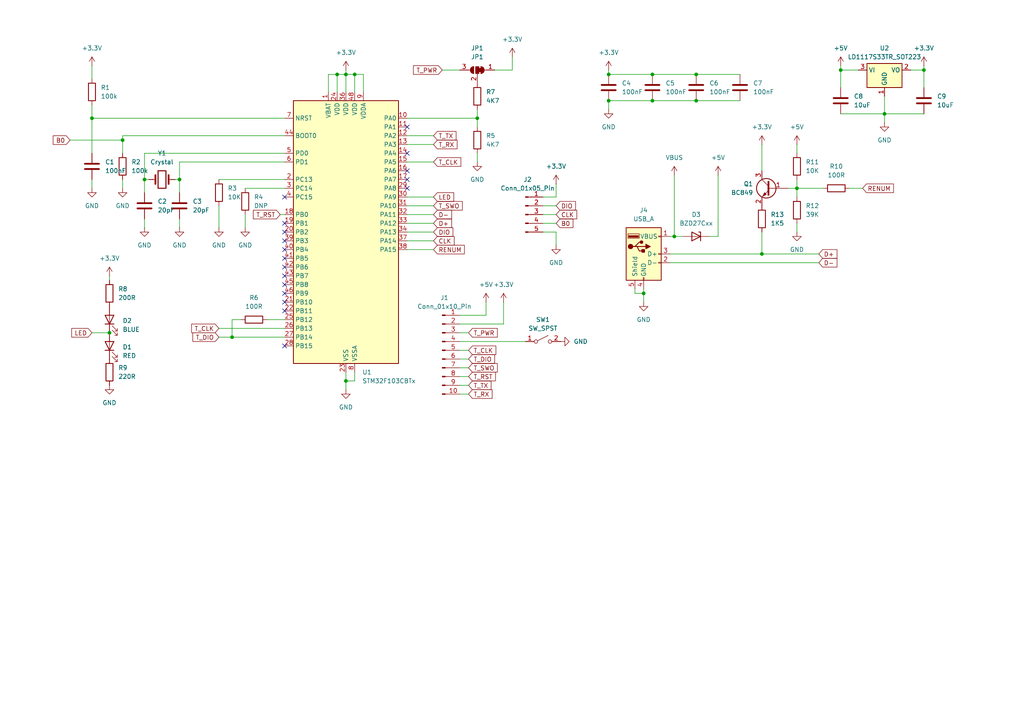
<source format=kicad_sch>
(kicad_sch (version 20250114) (generator "eeschema") (generator_version "9.0")
  (paper "A4")
  (lib_symbols
    (symbol "Connector:Conn_01x05_Pin" (pin_names (offset 1.016) (hide yes))
      (property "Reference" "J" (at 0 7.62 0))
      (property "Value" "Conn_01x05_Pin" (at 0 -7.62 0))
      (symbol "Conn_01x05_Pin_1_1"
        (rectangle (start 0.8636 5.207) (end 0 4.953) (stroke (width 0.1524)) (fill (type outline)))
        (rectangle (start 0.8636 2.667) (end 0 2.413) (stroke (width 0.1524)) (fill (type outline)))
        (rectangle (start 0.8636 0.127) (end 0 -0.127) (stroke (width 0.1524)) (fill (type outline)))
        (rectangle (start 0.8636 -2.413) (end 0 -2.667) (stroke (width 0.1524)) (fill (type outline)))
        (rectangle (start 0.8636 -4.953) (end 0 -5.207) (stroke (width 0.1524)) (fill (type outline)))
        (polyline (pts (xy 1.27 5.08) (xy 0.8636 5.08)) (stroke (width 0.1524)))
        (polyline (pts (xy 1.27 2.54) (xy 0.8636 2.54)) (stroke (width 0.1524)))
        (polyline (pts (xy 1.27 0) (xy 0.8636 0)) (stroke (width 0.1524)))
        (polyline (pts (xy 1.27 -2.54) (xy 0.8636 -2.54)) (stroke (width 0.1524)))
        (polyline (pts (xy 1.27 -5.08) (xy 0.8636 -5.08)) (stroke (width 0.1524)))
        (pin passive line (at 5.08 5.08 180) (length 3.81) (name "Pin_1") (number "1"))
        (pin passive line (at 5.08 2.54 180) (length 3.81) (name "Pin_2") (number "2"))
        (pin passive line (at 5.08 0 180) (length 3.81) (name "Pin_3") (number "3"))
        (pin passive line (at 5.08 -2.54 180) (length 3.81) (name "Pin_4") (number "4"))
        (pin passive line (at 5.08 -5.08 180) (length 3.81) (name "Pin_5") (number "5"))
      )
    )
    (symbol "Connector:Conn_01x10_Pin" (pin_names (offset 1.016) (hide yes))
      (property "Reference" "J" (at 0 12.7 0))
      (property "Value" "Conn_01x10_Pin" (at 0 -15.24 0))
      (symbol "Conn_01x10_Pin_1_1"
        (rectangle (start 0.8636 10.287) (end 0 10.033) (stroke (width 0.1524)) (fill (type outline)))
        (rectangle (start 0.8636 7.747) (end 0 7.493) (stroke (width 0.1524)) (fill (type outline)))
        (rectangle (start 0.8636 5.207) (end 0 4.953) (stroke (width 0.1524)) (fill (type outline)))
        (rectangle (start 0.8636 2.667) (end 0 2.413) (stroke (width 0.1524)) (fill (type outline)))
        (rectangle (start 0.8636 0.127) (end 0 -0.127) (stroke (width 0.1524)) (fill (type outline)))
        (rectangle (start 0.8636 -2.413) (end 0 -2.667) (stroke (width 0.1524)) (fill (type outline)))
        (rectangle (start 0.8636 -4.953) (end 0 -5.207) (stroke (width 0.1524)) (fill (type outline)))
        (rectangle (start 0.8636 -7.493) (end 0 -7.747) (stroke (width 0.1524)) (fill (type outline)))
        (rectangle (start 0.8636 -10.033) (end 0 -10.287) (stroke (width 0.1524)) (fill (type outline)))
        (rectangle (start 0.8636 -12.573) (end 0 -12.827) (stroke (width 0.1524)) (fill (type outline)))
        (polyline (pts (xy 1.27 10.16) (xy 0.8636 10.16)) (stroke (width 0.1524)))
        (polyline (pts (xy 1.27 7.62) (xy 0.8636 7.62)) (stroke (width 0.1524)))
        (polyline (pts (xy 1.27 5.08) (xy 0.8636 5.08)) (stroke (width 0.1524)))
        (polyline (pts (xy 1.27 2.54) (xy 0.8636 2.54)) (stroke (width 0.1524)))
        (polyline (pts (xy 1.27 0) (xy 0.8636 0)) (stroke (width 0.1524)))
        (polyline (pts (xy 1.27 -2.54) (xy 0.8636 -2.54)) (stroke (width 0.1524)))
        (polyline (pts (xy 1.27 -5.08) (xy 0.8636 -5.08)) (stroke (width 0.1524)))
        (polyline (pts (xy 1.27 -7.62) (xy 0.8636 -7.62)) (stroke (width 0.1524)))
        (polyline (pts (xy 1.27 -10.16) (xy 0.8636 -10.16)) (stroke (width 0.1524)))
        (polyline (pts (xy 1.27 -12.7) (xy 0.8636 -12.7)) (stroke (width 0.1524)))
        (pin passive line (at 5.08 10.16 180) (length 3.81) (name "Pin_1") (number "1"))
        (pin passive line (at 5.08 7.62 180) (length 3.81) (name "Pin_2") (number "2"))
        (pin passive line (at 5.08 5.08 180) (length 3.81) (name "Pin_3") (number "3"))
        (pin passive line (at 5.08 2.54 180) (length 3.81) (name "Pin_4") (number "4"))
        (pin passive line (at 5.08 0 180) (length 3.81) (name "Pin_5") (number "5"))
        (pin passive line (at 5.08 -2.54 180) (length 3.81) (name "Pin_6") (number "6"))
        (pin passive line (at 5.08 -5.08 180) (length 3.81) (name "Pin_7") (number "7"))
        (pin passive line (at 5.08 -7.62 180) (length 3.81) (name "Pin_8") (number "8"))
        (pin passive line (at 5.08 -10.16 180) (length 3.81) (name "Pin_9") (number "9"))
        (pin passive line (at 5.08 -12.7 180) (length 3.81) (name "Pin_10") (number "10"))
      )
    )
    (symbol "Connector:USB_A" (pin_names (offset 1.016))
      (property "Reference" "J" (at -5.08 11.43 0))
      (property "Value" "USB_A" (at -5.08 8.89 0))
      (symbol "USB_A_0_1"
        (rectangle (start -5.08 -7.62) (end 5.08 7.62) (stroke (width 0.254)) (fill (type background)))
        (circle (center -3.81 2.159) (radius 0.635) (stroke (width 0.254)) (fill (type outline)))
        (polyline (pts (xy -3.175 2.159) (xy -2.54 2.159) (xy -1.27 3.429) (xy -0.635 3.429)) (stroke (width 0.254)))
        (polyline (pts (xy -2.54 2.159) (xy -1.905 2.159) (xy -1.27 0.889) (xy 0 0.889)) (stroke (width 0.254)))
        (rectangle (start -1.524 4.826) (end -4.318 5.334) (fill (type outline)))
        (rectangle (start -1.27 4.572) (end -4.572 5.842))
        (circle (center -0.635 3.429) (radius 0.381) (stroke (width 0.254)) (fill (type outline)))
        (rectangle (start -0.127 -7.62) (end 0.127 -6.858))
        (rectangle (start 0.254 1.27) (end -0.508 0.508) (stroke (width 0.254)) (fill (type outline)))
        (polyline (pts (xy 0.635 2.794) (xy 0.635 1.524) (xy 1.905 2.159) (xy 0.635 2.794)) (stroke (width 0.254)) (fill (type outline)))
        (rectangle (start 5.08 4.953) (end 4.318 5.207))
        (rectangle (start 5.08 -0.127) (end 4.318 0.127))
        (rectangle (start 5.08 -2.667) (end 4.318 -2.413))
      )
      (symbol "USB_A_1_1"
        (polyline (pts (xy -1.905 2.159) (xy 0.635 2.159)) (stroke (width 0.254)))
        (pin passive line (at -2.54 -10.16 90) (length 2.54) (name "Shield") (number "5"))
        (pin power_in line (at 0 -10.16 90) (length 2.54) (name "GND") (number "4"))
        (pin power_in line (at 7.62 5.08 180) (length 2.54) (name "VBUS") (number "1"))
        (pin bidirectional line (at 7.62 0 180) (length 2.54) (name "D+") (number "3"))
        (pin bidirectional line (at 7.62 -2.54 180) (length 2.54) (name "D-") (number "2"))
      )
    )
    (symbol "Device:C" (pin_numbers (hide yes)) (pin_names (offset 0.254))
      (property "Reference" "C" (at 0.635 2.54 0))
      (property "Value" "C" (at 0.635 -2.54 0))
      (symbol "C_0_1"
        (polyline (pts (xy -2.032 0.762) (xy 2.032 0.762)) (stroke (width 0.508)))
        (polyline (pts (xy -2.032 -0.762) (xy 2.032 -0.762)) (stroke (width 0.508)))
      )
      (symbol "C_1_1"
        (pin passive line (at 0 3.81 270) (length 2.794) (name "~") (number "1"))
        (pin passive line (at 0 -3.81 90) (length 2.794) (name "~") (number "2"))
      )
    )
    (symbol "Device:Crystal" (pin_numbers (hide yes)) (pin_names (offset 1.016) (hide yes))
      (property "Reference" "Y" (at 0 3.81 0))
      (property "Value" "Crystal" (at 0 -3.81 0))
      (symbol "Crystal_0_1"
        (polyline (pts (xy -2.54 0) (xy -1.905 0)))
        (polyline (pts (xy -1.905 -1.27) (xy -1.905 1.27)) (stroke (width 0.508)))
        (rectangle (start -1.143 2.54) (end 1.143 -2.54) (stroke (width 0.3048)))
        (polyline (pts (xy 1.905 -1.27) (xy 1.905 1.27)) (stroke (width 0.508)))
        (polyline (pts (xy 2.54 0) (xy 1.905 0)))
      )
      (symbol "Crystal_1_1"
        (pin passive line (at -3.81 0 0) (length 1.27) (name "1") (number "1"))
        (pin passive line (at 3.81 0 180) (length 1.27) (name "2") (number "2"))
      )
    )
    (symbol "Device:LED" (pin_numbers (hide yes)) (pin_names (offset 1.016) (hide yes))
      (property "Reference" "D" (at 0 2.54 0))
      (property "Value" "LED" (at 0 -2.54 0))
      (symbol "LED_0_1"
        (polyline (pts (xy -3.048 -0.762) (xy -4.572 -2.286) (xy -3.81 -2.286) (xy -4.572 -2.286) (xy -4.572 -1.524)))
        (polyline (pts (xy -1.778 -0.762) (xy -3.302 -2.286) (xy -2.54 -2.286) (xy -3.302 -2.286) (xy -3.302 -1.524)))
        (polyline (pts (xy -1.27 0) (xy 1.27 0)))
        (polyline (pts (xy -1.27 -1.27) (xy -1.27 1.27)) (stroke (width 0.254)))
        (polyline (pts (xy 1.27 -1.27) (xy 1.27 1.27) (xy -1.27 0) (xy 1.27 -1.27)) (stroke (width 0.254)))
      )
      (symbol "LED_1_1"
        (pin passive line (at -3.81 0 0) (length 2.54) (name "K") (number "1"))
        (pin passive line (at 3.81 0 180) (length 2.54) (name "A") (number "2"))
      )
    )
    (symbol "Device:R" (pin_numbers (hide yes)) (pin_names (offset 0))
      (property "Reference" "R" (at 2.032 0 90))
      (property "Value" "R" (at 0 0 90))
      (symbol "R_0_1"
        (rectangle (start -1.016 -2.54) (end 1.016 2.54) (stroke (width 0.254)))
      )
      (symbol "R_1_1"
        (pin passive line (at 0 3.81 270) (length 1.27) (name "~") (number "1"))
        (pin passive line (at 0 -3.81 90) (length 1.27) (name "~") (number "2"))
      )
    )
    (symbol "Diode:BZD27Cxx" (pin_numbers (hide yes)) (pin_names (hide yes))
      (property "Reference" "D" (at 0 2.54 0))
      (property "Value" "BZD27Cxx" (at 0 -2.54 0))
      (symbol "BZD27Cxx_0_1"
        (polyline (pts (xy -1.27 -1.27) (xy -1.27 1.27) (xy -0.762 1.27)) (stroke (width 0.254)))
        (polyline (pts (xy 1.27 0) (xy -1.27 0)))
        (polyline (pts (xy 1.27 -1.27) (xy 1.27 1.27) (xy -1.27 0) (xy 1.27 -1.27)) (stroke (width 0.254)))
      )
      (symbol "BZD27Cxx_1_1"
        (pin passive line (at -3.81 0 0) (length 2.54) (name "K") (number "1"))
        (pin passive line (at 3.81 0 180) (length 2.54) (name "A") (number "2"))
      )
    )
    (symbol "Jumper:SolderJumper_3_Bridged12" (pin_names (offset 0) (hide yes)) (exclude_from_sim yes) (in_bom no)
      (property "Reference" "JP" (at -2.54 -2.54 0))
      (property "Value" "SolderJumper_3_Bridged12" (at 0 2.794 0))
      (symbol "SolderJumper_3_Bridged12_0_1"
        (polyline (pts (xy -2.54 0) (xy -2.032 0)))
        (polyline (pts (xy -1.016 1.016) (xy -1.016 -1.016)))
        (rectangle (start -1.016 0.508) (end -0.508 -0.508) (fill (type outline)))
        (arc (start -1.016 -1.016) (mid -2.0276 0) (end -1.016 1.016))
        (arc (start -1.016 -1.016) (mid -2.0276 0) (end -1.016 1.016) (fill (type outline)))
        (rectangle (start -0.508 1.016) (end 0.508 -1.016) (fill (type outline)))
        (polyline (pts (xy 0 -1.27) (xy 0 -1.016)))
        (arc (start 1.016 1.016) (mid 2.0276 0) (end 1.016 -1.016))
        (arc (start 1.016 1.016) (mid 2.0276 0) (end 1.016 -1.016) (fill (type outline)))
        (polyline (pts (xy 1.016 1.016) (xy 1.016 -1.016)))
        (polyline (pts (xy 2.54 0) (xy 2.032 0)))
      )
      (symbol "SolderJumper_3_Bridged12_1_1"
        (pin passive line (at -5.08 0 0) (length 2.54) (name "A") (number "1"))
        (pin passive line (at 0 -3.81 90) (length 2.54) (name "C") (number "2"))
        (pin passive line (at 5.08 0 180) (length 2.54) (name "B") (number "3"))
      )
    )
    (symbol "MCU_ST_STM32F1:STM32F103CBTx"
      (property "Reference" "U" (at -15.24 39.37 0))
      (property "Value" "STM32F103CBTx" (at 7.62 39.37 0))
      (symbol "STM32F103CBTx_0_1"
        (rectangle (start -15.24 -38.1) (end 15.24 38.1) (stroke (width 0.254)) (fill (type background)))
      )
      (symbol "STM32F103CBTx_1_1"
        (pin input line (at -17.78 33.02 0) (length 2.54) (name "NRST") (number "7"))
        (pin input line (at -17.78 27.94 0) (length 2.54) (name "BOOT0") (number "44"))
        (pin bidirectional line (at -17.78 22.86 0) (length 2.54) (name "PD0") (number "5"))
        (pin bidirectional line (at -17.78 20.32 0) (length 2.54) (name "PD1") (number "6"))
        (pin bidirectional line (at -17.78 15.24 0) (length 2.54) (name "PC13") (number "2"))
        (pin bidirectional line (at -17.78 12.7 0) (length 2.54) (name "PC14") (number "3"))
        (pin bidirectional line (at -17.78 10.16 0) (length 2.54) (name "PC15") (number "4"))
        (pin bidirectional line (at -17.78 5.08 0) (length 2.54) (name "PB0") (number "18"))
        (pin bidirectional line (at -17.78 2.54 0) (length 2.54) (name "PB1") (number "19"))
        (pin bidirectional line (at -17.78 0 0) (length 2.54) (name "PB2") (number "20"))
        (pin bidirectional line (at -17.78 -2.54 0) (length 2.54) (name "PB3") (number "39"))
        (pin bidirectional line (at -17.78 -5.08 0) (length 2.54) (name "PB4") (number "40"))
        (pin bidirectional line (at -17.78 -7.62 0) (length 2.54) (name "PB5") (number "41"))
        (pin bidirectional line (at -17.78 -10.16 0) (length 2.54) (name "PB6") (number "42"))
        (pin bidirectional line (at -17.78 -12.7 0) (length 2.54) (name "PB7") (number "43"))
        (pin bidirectional line (at -17.78 -15.24 0) (length 2.54) (name "PB8") (number "45"))
        (pin bidirectional line (at -17.78 -17.78 0) (length 2.54) (name "PB9") (number "46"))
        (pin bidirectional line (at -17.78 -20.32 0) (length 2.54) (name "PB10") (number "21"))
        (pin bidirectional line (at -17.78 -22.86 0) (length 2.54) (name "PB11") (number "22"))
        (pin bidirectional line (at -17.78 -25.4 0) (length 2.54) (name "PB12") (number "25"))
        (pin bidirectional line (at -17.78 -27.94 0) (length 2.54) (name "PB13") (number "26"))
        (pin bidirectional line (at -17.78 -30.48 0) (length 2.54) (name "PB14") (number "27"))
        (pin bidirectional line (at -17.78 -33.02 0) (length 2.54) (name "PB15") (number "28"))
        (pin power_in line (at -5.08 40.64 270) (length 2.54) (name "VBAT") (number "1"))
        (pin power_in line (at -2.54 40.64 270) (length 2.54) (name "VDD") (number "24"))
        (pin power_in line (at 0 40.64 270) (length 2.54) (name "VDD") (number "36"))
        (pin power_in line (at 0 -40.64 90) (length 2.54) (name "VSS") (number "23"))
        (pin passive line (at 0 -40.64 90) (length 2.54) (hide yes) (name "VSS") (number "35"))
        (pin passive line (at 0 -40.64 90) (length 2.54) (hide yes) (name "VSS") (number "47"))
        (pin power_in line (at 2.54 40.64 270) (length 2.54) (name "VDD") (number "48"))
        (pin power_in line (at 2.54 -40.64 90) (length 2.54) (name "VSSA") (number "8"))
        (pin power_in line (at 5.08 40.64 270) (length 2.54) (name "VDDA") (number "9"))
        (pin bidirectional line (at 17.78 33.02 180) (length 2.54) (name "PA0") (number "10"))
        (pin bidirectional line (at 17.78 30.48 180) (length 2.54) (name "PA1") (number "11"))
        (pin bidirectional line (at 17.78 27.94 180) (length 2.54) (name "PA2") (number "12"))
        (pin bidirectional line (at 17.78 25.4 180) (length 2.54) (name "PA3") (number "13"))
        (pin bidirectional line (at 17.78 22.86 180) (length 2.54) (name "PA4") (number "14"))
        (pin bidirectional line (at 17.78 20.32 180) (length 2.54) (name "PA5") (number "15"))
        (pin bidirectional line (at 17.78 17.78 180) (length 2.54) (name "PA6") (number "16"))
        (pin bidirectional line (at 17.78 15.24 180) (length 2.54) (name "PA7") (number "17"))
        (pin bidirectional line (at 17.78 12.7 180) (length 2.54) (name "PA8") (number "29"))
        (pin bidirectional line (at 17.78 10.16 180) (length 2.54) (name "PA9") (number "30"))
        (pin bidirectional line (at 17.78 7.62 180) (length 2.54) (name "PA10") (number "31"))
        (pin bidirectional line (at 17.78 5.08 180) (length 2.54) (name "PA11") (number "32"))
        (pin bidirectional line (at 17.78 2.54 180) (length 2.54) (name "PA12") (number "33"))
        (pin bidirectional line (at 17.78 0 180) (length 2.54) (name "PA13") (number "34"))
        (pin bidirectional line (at 17.78 -2.54 180) (length 2.54) (name "PA14") (number "37"))
        (pin bidirectional line (at 17.78 -5.08 180) (length 2.54) (name "PA15") (number "38"))
      )
    )
    (symbol "Regulator_Linear:LD1117S33TR_SOT223"
      (property "Reference" "U" (at -3.81 3.175 0))
      (property "Value" "LD1117S33TR_SOT223" (at 0 3.175 0))
      (symbol "LD1117S33TR_SOT223_0_1"
        (rectangle (start -5.08 -5.08) (end 5.08 1.905) (stroke (width 0.254)) (fill (type background)))
      )
      (symbol "LD1117S33TR_SOT223_1_1"
        (pin power_in line (at -7.62 0 0) (length 2.54) (name "VI") (number "3"))
        (pin power_in line (at 0 -7.62 90) (length 2.54) (name "GND") (number "1"))
        (pin power_out line (at 7.62 0 180) (length 2.54) (name "VO") (number "2"))
      )
    )
    (symbol "Switch:SW_SPST" (pin_names (offset 0) (hide yes))
      (property "Reference" "SW" (at 0 3.175 0))
      (property "Value" "SW_SPST" (at 0 -2.54 0))
      (symbol "SW_SPST_0_0"
        (circle (center -2.032 0) (radius 0.508))
        (polyline (pts (xy -1.524 0.254) (xy 1.524 1.778)))
        (circle (center 2.032 0) (radius 0.508))
      )
      (symbol "SW_SPST_1_1"
        (pin passive line (at -5.08 0 0) (length 2.54) (name "A") (number "1"))
        (pin passive line (at 5.08 0 180) (length 2.54) (name "B") (number "2"))
      )
    )
    (symbol "Transistor_BJT:BC849" (pin_names (offset 0) (hide yes))
      (property "Reference" "Q" (at 5.08 1.905 0))
      (property "Value" "BC849" (at 5.08 0 0))
      (symbol "BC849_0_1"
        (polyline (pts (xy 0.635 1.905) (xy 0.635 -1.905) (xy 0.635 -1.905)) (stroke (width 0.508)))
        (polyline (pts (xy 0.635 0.635) (xy 2.54 2.54)))
        (polyline (pts (xy 0.635 -0.635) (xy 2.54 -2.54) (xy 2.54 -2.54)))
        (circle (center 1.27 0) (radius 2.8194) (stroke (width 0.254)))
        (polyline (pts (xy 1.27 -1.778) (xy 1.778 -1.27) (xy 2.286 -2.286) (xy 1.27 -1.778) (xy 1.27 -1.778)) (fill (type outline)))
      )
      (symbol "BC849_1_1"
        (pin input line (at -5.08 0 0) (length 5.715) (name "B") (number "1"))
        (pin passive line (at 2.54 5.08 270) (length 2.54) (name "C") (number "3"))
        (pin passive line (at 2.54 -5.08 90) (length 2.54) (name "E") (number "2"))
      )
    )
    (symbol "power:+3.3V" (power) (pin_numbers (hide yes)) (pin_names (offset 0) (hide yes))
      (property "Value" "+3.3V" (at 0 3.556 0))
      (symbol "+3.3V_0_1"
        (polyline (pts (xy -0.762 1.27) (xy 0 2.54)))
        (polyline (pts (xy 0 2.54) (xy 0.762 1.27)))
        (polyline (pts (xy 0 0) (xy 0 2.54)))
      )
      (symbol "+3.3V_1_1"
        (pin power_in line (at 0 0 90) (length 0) (name "~") (number "1"))
      )
    )
    (symbol "power:+5V" (power) (pin_numbers (hide yes)) (pin_names (offset 0) (hide yes))
      (property "Value" "+5V" (at 0 3.556 0))
      (symbol "+5V_0_1"
        (polyline (pts (xy -0.762 1.27) (xy 0 2.54)))
        (polyline (pts (xy 0 2.54) (xy 0.762 1.27)))
        (polyline (pts (xy 0 0) (xy 0 2.54)))
      )
      (symbol "+5V_1_1"
        (pin power_in line (at 0 0 90) (length 0) (name "~") (number "1"))
      )
    )
    (symbol "power:GND" (power) (pin_numbers (hide yes)) (pin_names (offset 0) (hide yes))
      (property "Value" "GND" (at 0 -3.81 0))
      (symbol "GND_0_1"
        (polyline (pts (xy 0 0) (xy 0 -1.27) (xy 1.27 -1.27) (xy 0 -2.54) (xy -1.27 -1.27) (xy 0 -1.27)))
      )
      (symbol "GND_1_1"
        (pin power_in line (at 0 0 270) (length 0) (name "~") (number "1"))
      )
    )
    (symbol "power:VBUS" (power) (pin_numbers (hide yes)) (pin_names (offset 0) (hide yes))
      (property "Value" "VBUS" (at 0 3.556 0))
      (symbol "VBUS_0_1"
        (polyline (pts (xy -0.762 1.27) (xy 0 2.54)))
        (polyline (pts (xy 0 2.54) (xy 0.762 1.27)))
        (polyline (pts (xy 0 0) (xy 0 2.54)))
      )
      (symbol "VBUS_1_1"
        (pin power_in line (at 0 0 90) (length 0) (name "~") (number "1"))
      )
    )
  )
  (junction (at 186.69 85.09))
  (junction (at 176.53 29.21))
  (junction (at 243.84 20.32))
  (junction (at 256.54 33.02))
  (junction (at 52.07 52.07))
  (junction (at 201.93 21.59))
  (junction (at 35.56 40.64))
  (junction (at 176.53 21.59))
  (junction (at 102.87 21.59))
  (junction (at 189.23 29.21))
  (junction (at 41.91 52.07))
  (junction (at 100.33 21.59))
  (junction (at 97.79 21.59))
  (junction (at 201.93 29.21))
  (junction (at 267.97 20.32))
  (junction (at 26.67 34.29))
  (junction (at 189.23 21.59))
  (junction (at 231.14 54.61))
  (junction (at 67.31 97.79))
  (junction (at 220.98 73.66))
  (junction (at 195.58 68.58))
  (junction (at 100.33 110.49))
  (junction (at 31.75 96.52))
  (junction (at 138.43 34.29))
  (no_connect (at 82.55 90.17))
  (no_connect (at 82.55 67.31))
  (no_connect (at 82.55 85.09))
  (no_connect (at 82.55 72.39))
  (no_connect (at 118.11 52.07))
  (no_connect (at 82.55 69.85))
  (no_connect (at 82.55 57.15))
  (no_connect (at 82.55 82.55))
  (no_connect (at 82.55 80.01))
  (no_connect (at 82.55 77.47))
  (no_connect (at 118.11 44.45))
  (no_connect (at 118.11 49.53))
  (no_connect (at 82.55 64.77))
  (no_connect (at 118.11 54.61))
  (no_connect (at 118.11 36.83))
  (no_connect (at 82.55 100.33))
  (no_connect (at 82.55 74.93))
  (no_connect (at 82.55 87.63))
  (wire (pts (xy 135.89 111.76) (xy 133.35 111.76)))
  (wire (pts (xy 133.35 99.06) (xy 152.4 99.06)))
  (wire (pts (xy 195.58 50.8) (xy 195.58 68.58)))
  (wire (pts (xy 220.98 41.91) (xy 220.98 49.53)))
  (wire (pts (xy 148.59 16.51) (xy 148.59 20.32)))
  (wire (pts (xy 118.11 46.99) (xy 125.73 46.99)))
  (wire (pts (xy 35.56 40.64) (xy 35.56 44.45)))
  (wire (pts (xy 35.56 39.37) (xy 35.56 40.64)))
  (wire (pts (xy 256.54 33.02) (xy 256.54 35.56)))
  (wire (pts (xy 189.23 29.21) (xy 201.93 29.21)))
  (wire (pts (xy 176.53 21.59) (xy 189.23 21.59)))
  (wire (pts (xy 161.29 67.31) (xy 157.48 67.31)))
  (wire (pts (xy 26.67 34.29) (xy 26.67 30.48)))
  (wire (pts (xy 118.11 64.77) (xy 125.73 64.77)))
  (wire (pts (xy 243.84 19.05) (xy 243.84 20.32)))
  (wire (pts (xy 35.56 39.37) (xy 82.55 39.37)))
  (wire (pts (xy 100.33 21.59) (xy 100.33 26.67)))
  (wire (pts (xy 194.31 73.66) (xy 220.98 73.66)))
  (wire (pts (xy 194.31 68.58) (xy 195.58 68.58)))
  (wire (pts (xy 100.33 20.32) (xy 100.33 21.59)))
  (wire (pts (xy 146.05 93.98) (xy 133.35 93.98)))
  (wire (pts (xy 26.67 54.61) (xy 26.67 52.07)))
  (wire (pts (xy 20.32 40.64) (xy 35.56 40.64)))
  (wire (pts (xy 118.11 39.37) (xy 125.73 39.37)))
  (wire (pts (xy 157.48 64.77) (xy 161.29 64.77)))
  (wire (pts (xy 31.75 96.52) (xy 26.67 96.52)))
  (wire (pts (xy 138.43 34.29) (xy 118.11 34.29)))
  (wire (pts (xy 102.87 107.95) (xy 102.87 110.49)))
  (wire (pts (xy 135.89 106.68) (xy 133.35 106.68)))
  (wire (pts (xy 138.43 46.99) (xy 138.43 44.45)))
  (wire (pts (xy 176.53 29.21) (xy 176.53 31.75)))
  (wire (pts (xy 148.59 20.32) (xy 143.51 20.32)))
  (wire (pts (xy 82.55 52.07) (xy 63.5 52.07)))
  (wire (pts (xy 82.55 46.99) (xy 52.07 46.99)))
  (wire (pts (xy 140.97 91.44) (xy 133.35 91.44)))
  (wire (pts (xy 63.5 97.79) (xy 67.31 97.79)))
  (wire (pts (xy 140.97 87.63) (xy 140.97 91.44)))
  (wire (pts (xy 82.55 34.29) (xy 26.67 34.29)))
  (wire (pts (xy 97.79 21.59) (xy 100.33 21.59)))
  (wire (pts (xy 102.87 21.59) (xy 102.87 26.67)))
  (wire (pts (xy 67.31 92.71) (xy 67.31 97.79)))
  (wire (pts (xy 118.11 62.23) (xy 125.73 62.23)))
  (wire (pts (xy 157.48 59.69) (xy 161.29 59.69)))
  (wire (pts (xy 176.53 20.32) (xy 176.53 21.59)))
  (wire (pts (xy 161.29 71.12) (xy 161.29 67.31)))
  (wire (pts (xy 50.8 52.07) (xy 52.07 52.07)))
  (wire (pts (xy 220.98 67.31) (xy 220.98 73.66)))
  (wire (pts (xy 100.33 113.03) (xy 100.33 110.49)))
  (wire (pts (xy 128.27 20.32) (xy 133.35 20.32)))
  (wire (pts (xy 95.25 21.59) (xy 95.25 26.67)))
  (wire (pts (xy 186.69 87.63) (xy 186.69 85.09)))
  (wire (pts (xy 195.58 68.58) (xy 198.12 68.58)))
  (wire (pts (xy 102.87 110.49) (xy 100.33 110.49)))
  (wire (pts (xy 194.31 76.2) (xy 237.49 76.2)))
  (wire (pts (xy 135.89 109.22) (xy 133.35 109.22)))
  (wire (pts (xy 69.85 92.71) (xy 67.31 92.71)))
  (wire (pts (xy 184.15 83.82) (xy 184.15 85.09)))
  (wire (pts (xy 100.33 107.95) (xy 100.33 110.49)))
  (wire (pts (xy 231.14 54.61) (xy 231.14 57.15)))
  (wire (pts (xy 135.89 104.14) (xy 133.35 104.14)))
  (wire (pts (xy 26.67 34.29) (xy 26.67 44.45)))
  (wire (pts (xy 138.43 36.83) (xy 138.43 34.29)))
  (wire (pts (xy 97.79 21.59) (xy 95.25 21.59)))
  (wire (pts (xy 176.53 29.21) (xy 189.23 29.21)))
  (wire (pts (xy 41.91 44.45) (xy 82.55 44.45)))
  (wire (pts (xy 256.54 33.02) (xy 267.97 33.02)))
  (wire (pts (xy 161.29 53.34) (xy 161.29 57.15)))
  (wire (pts (xy 201.93 21.59) (xy 214.63 21.59)))
  (wire (pts (xy 118.11 72.39) (xy 125.73 72.39)))
  (wire (pts (xy 146.05 87.63) (xy 146.05 93.98)))
  (wire (pts (xy 102.87 21.59) (xy 100.33 21.59)))
  (wire (pts (xy 97.79 21.59) (xy 97.79 26.67)))
  (wire (pts (xy 118.11 69.85) (xy 125.73 69.85)))
  (wire (pts (xy 189.23 21.59) (xy 201.93 21.59)))
  (wire (pts (xy 228.6 54.61) (xy 231.14 54.61)))
  (wire (pts (xy 135.89 101.6) (xy 133.35 101.6)))
  (wire (pts (xy 243.84 20.32) (xy 248.92 20.32)))
  (wire (pts (xy 231.14 41.91) (xy 231.14 44.45)))
  (wire (pts (xy 201.93 29.21) (xy 214.63 29.21)))
  (wire (pts (xy 52.07 52.07) (xy 52.07 55.88)))
  (wire (pts (xy 243.84 33.02) (xy 256.54 33.02)))
  (wire (pts (xy 105.41 26.67) (xy 105.41 21.59)))
  (wire (pts (xy 267.97 25.4) (xy 267.97 20.32)))
  (wire (pts (xy 67.31 97.79) (xy 82.55 97.79)))
  (wire (pts (xy 267.97 19.05) (xy 267.97 20.32)))
  (wire (pts (xy 118.11 41.91) (xy 125.73 41.91)))
  (wire (pts (xy 208.28 50.8) (xy 208.28 68.58)))
  (wire (pts (xy 157.48 62.23) (xy 161.29 62.23)))
  (wire (pts (xy 52.07 46.99) (xy 52.07 52.07)))
  (wire (pts (xy 256.54 27.94) (xy 256.54 33.02)))
  (wire (pts (xy 31.75 80.01) (xy 31.75 81.28)))
  (wire (pts (xy 231.14 67.31) (xy 231.14 64.77)))
  (wire (pts (xy 135.89 96.52) (xy 133.35 96.52)))
  (wire (pts (xy 41.91 66.04) (xy 41.91 63.5)))
  (wire (pts (xy 138.43 31.75) (xy 138.43 34.29)))
  (wire (pts (xy 118.11 67.31) (xy 125.73 67.31)))
  (wire (pts (xy 63.5 95.25) (xy 82.55 95.25)))
  (wire (pts (xy 246.38 54.61) (xy 250.19 54.61)))
  (wire (pts (xy 231.14 54.61) (xy 238.76 54.61)))
  (wire (pts (xy 208.28 68.58) (xy 205.74 68.58)))
  (wire (pts (xy 105.41 21.59) (xy 102.87 21.59)))
  (wire (pts (xy 184.15 85.09) (xy 186.69 85.09)))
  (wire (pts (xy 43.18 52.07) (xy 41.91 52.07)))
  (wire (pts (xy 41.91 52.07) (xy 41.91 55.88)))
  (wire (pts (xy 63.5 66.04) (xy 63.5 59.69)))
  (wire (pts (xy 35.56 54.61) (xy 35.56 52.07)))
  (wire (pts (xy 81.28 62.23) (xy 82.55 62.23)))
  (wire (pts (xy 243.84 25.4) (xy 243.84 20.32)))
  (wire (pts (xy 118.11 57.15) (xy 125.73 57.15)))
  (wire (pts (xy 52.07 66.04) (xy 52.07 63.5)))
  (wire (pts (xy 41.91 52.07) (xy 41.91 44.45)))
  (wire (pts (xy 135.89 114.3) (xy 133.35 114.3)))
  (wire (pts (xy 118.11 59.69) (xy 125.73 59.69)))
  (wire (pts (xy 77.47 92.71) (xy 82.55 92.71)))
  (wire (pts (xy 186.69 85.09) (xy 186.69 83.82)))
  (wire (pts (xy 71.12 66.04) (xy 71.12 62.23)))
  (wire (pts (xy 231.14 52.07) (xy 231.14 54.61)))
  (wire (pts (xy 82.55 54.61) (xy 71.12 54.61)))
  (wire (pts (xy 161.29 57.15) (xy 157.48 57.15)))
  (wire (pts (xy 220.98 73.66) (xy 237.49 73.66)))
  (wire (pts (xy 267.97 20.32) (xy 264.16 20.32)))
  (wire (pts (xy 26.67 19.05) (xy 26.67 22.86)))
  (global_label "D-" (shape input) (at 237.49 76.2 0) (property "Intersheetrefs" "${INTERSHEET_REFS}" (effects (hide yes))))
  (global_label "T_RX" (shape input) (at 135.89 114.3 0) (property "Intersheetrefs" "${INTERSHEET_REFS}" (effects (hide yes))))
  (global_label "D+" (shape input) (at 237.49 73.66 0) (property "Intersheetrefs" "${INTERSHEET_REFS}" (effects (hide yes))))
  (global_label "T_SWO" (shape input) (at 125.73 59.69 0) (property "Intersheetrefs" "${INTERSHEET_REFS}" (effects (hide yes))))
  (global_label "LED" (shape input) (at 125.73 57.15 0) (property "Intersheetrefs" "${INTERSHEET_REFS}" (effects (hide yes))))
  (global_label "LED" (shape input) (at 26.67 96.52 180) (property "Intersheetrefs" "${INTERSHEET_REFS}" (effects (hide yes))))
  (global_label "T_RX" (shape input) (at 125.73 41.91 0) (property "Intersheetrefs" "${INTERSHEET_REFS}" (effects (hide yes))))
  (global_label "D+" (shape input) (at 125.73 64.77 0) (property "Intersheetrefs" "${INTERSHEET_REFS}" (effects (hide yes))))
  (global_label "T_CLK" (shape input) (at 135.89 101.6 0) (property "Intersheetrefs" "${INTERSHEET_REFS}" (effects (hide yes))))
  (global_label "T_DIO" (shape input) (at 63.5 97.79 180) (property "Intersheetrefs" "${INTERSHEET_REFS}" (effects (hide yes))))
  (global_label "RENUM" (shape input) (at 125.73 72.39 0) (property "Intersheetrefs" "${INTERSHEET_REFS}" (effects (hide yes))))
  (global_label "T_PWR" (shape input) (at 128.27 20.32 180) (property "Intersheetrefs" "${INTERSHEET_REFS}" (effects (hide yes))))
  (global_label "T_TX" (shape input) (at 135.89 111.76 0) (property "Intersheetrefs" "${INTERSHEET_REFS}" (effects (hide yes))))
  (global_label "T_TX" (shape input) (at 125.73 39.37 0) (property "Intersheetrefs" "${INTERSHEET_REFS}" (effects (hide yes))))
  (global_label "RENUM" (shape input) (at 250.19 54.61 0) (property "Intersheetrefs" "${INTERSHEET_REFS}" (effects (hide yes))))
  (global_label "DIO" (shape input) (at 125.73 67.31 0) (property "Intersheetrefs" "${INTERSHEET_REFS}" (effects (hide yes))))
  (global_label "CLK" (shape input) (at 125.73 69.85 0) (property "Intersheetrefs" "${INTERSHEET_REFS}" (effects (hide yes))))
  (global_label "T_RST" (shape input) (at 135.89 109.22 0) (property "Intersheetrefs" "${INTERSHEET_REFS}" (effects (hide yes))))
  (global_label "CLK" (shape input) (at 161.29 62.23 0) (property "Intersheetrefs" "${INTERSHEET_REFS}" (effects (hide yes))))
  (global_label "T_PWR" (shape input) (at 135.89 96.52 0) (property "Intersheetrefs" "${INTERSHEET_REFS}" (effects (hide yes))))
  (global_label "T_RST" (shape input) (at 81.28 62.23 180) (property "Intersheetrefs" "${INTERSHEET_REFS}" (effects (hide yes))))
  (global_label "B0" (shape input) (at 20.32 40.64 180) (property "Intersheetrefs" "${INTERSHEET_REFS}" (effects (hide yes))))
  (global_label "T_SWO" (shape input) (at 135.89 106.68 0) (property "Intersheetrefs" "${INTERSHEET_REFS}" (effects (hide yes))))
  (global_label "B0" (shape input) (at 161.29 64.77 0) (property "Intersheetrefs" "${INTERSHEET_REFS}" (effects (hide yes))))
  (global_label "D-" (shape input) (at 125.73 62.23 0) (property "Intersheetrefs" "${INTERSHEET_REFS}" (effects (hide yes))))
  (global_label "T_CLK" (shape input) (at 125.73 46.99 0) (property "Intersheetrefs" "${INTERSHEET_REFS}" (effects (hide yes))))
  (global_label "T_CLK" (shape input) (at 63.5 95.25 180) (property "Intersheetrefs" "${INTERSHEET_REFS}" (effects (hide yes))))
  (global_label "T_DIO" (shape input) (at 135.89 104.14 0) (property "Intersheetrefs" "${INTERSHEET_REFS}" (effects (hide yes))))
  (global_label "DIO" (shape input) (at 161.29 59.69 0) (property "Intersheetrefs" "${INTERSHEET_REFS}" (effects (hide yes))))
  (symbol (lib_id "Device:R") (at 31.75 107.95 0) (unit 1)
    (property "Reference" "R9" (at 34.29 106.6799 0) (effects (justify left)))
    (property "Value" "220R" (at 34.29 109.2199 0) (effects (justify left)))
    (property "Footprint" "Resistor_SMD:R_0603_1608Metric" (effects (hide yes)))
    (property "Description" "Resistor" (effects (hide yes)))
  )
  (symbol (lib_id "Device:R") (at 31.75 85.09 0) (unit 1)
    (property "Reference" "R8" (at 34.29 83.8199 0) (effects (justify left)))
    (property "Value" "200R" (at 34.29 86.3599 0) (effects (justify left)))
    (property "Footprint" "Resistor_SMD:R_0603_1608Metric" (effects (hide yes)))
    (property "Description" "Resistor" (effects (hide yes)))
  )
  (symbol (lib_id "power:+3.3V") (at 100.33 20.32 0) (unit 1)
    (property "Reference" "#PWR01" (effects (hide yes)))
    (property "Value" "+3.3V" (at 100.33 15.24 0))
    (property "Description" "Power symbol creates a global label with name \"+3.3V\"" (effects (hide yes)))
  )
  (symbol (lib_id "power:GND") (at 41.91 66.04 0) (unit 1)
    (property "Reference" "#PWR06" (effects (hide yes)))
    (property "Value" "GND" (at 41.91 71.12 0))
    (property "Description" "Power symbol creates a global label with name \"GND\" , ground" (effects (hide yes)))
  )
  (symbol (lib_id "power:GND") (at 231.14 67.31 0) (unit 1)
    (property "Reference" "#PWR027" (effects (hide yes)))
    (property "Value" "GND" (at 231.14 72.39 0))
    (property "Description" "Power symbol creates a global label with name \"GND\" , ground" (effects (hide yes)))
  )
  (symbol (lib_id "power:+5V") (at 208.28 50.8 0) (unit 1)
    (property "Reference" "#PWR029" (effects (hide yes)))
    (property "Value" "+5V" (at 208.28 45.72 0))
    (property "Description" "Power symbol creates a global label with name \"+5V\"" (effects (hide yes)))
  )
  (symbol (lib_id "power:GND") (at 31.75 111.76 0) (unit 1)
    (property "Reference" "#PWR012" (effects (hide yes)))
    (property "Value" "GND" (at 31.75 116.84 0))
    (property "Description" "Power symbol creates a global label with name \"GND\" , ground" (effects (hide yes)))
  )
  (symbol (lib_id "Connector:USB_A") (at 186.69 73.66 0) (unit 1)
    (property "Reference" "J4" (at 186.69 60.96 0))
    (property "Value" "USB_A" (at 186.69 63.5 0))
    (property "Footprint" "Connector_USB:USB_A_Molex_105057_Vertical" (effects (hide yes)))
    (property "Description" "USB Type A connector" (effects (hide yes)))
  )
  (symbol (lib_id "power:+5V") (at 231.14 41.91 0) (unit 1)
    (property "Reference" "#PWR026" (effects (hide yes)))
    (property "Value" "+5V" (at 231.14 36.83 0))
    (property "Description" "Power symbol creates a global label with name \"+5V\"" (effects (hide yes)))
  )
  (symbol (lib_id "Device:C") (at 214.63 25.4 180) (unit 1)
    (property "Reference" "C7" (at 218.44 24.1299 0) (effects (justify right)))
    (property "Value" "100nF" (at 218.44 26.6699 0) (effects (justify right)))
    (property "Footprint" "Capacitor_SMD:C_0603_1608Metric" (effects (hide yes)))
    (property "Description" "Unpolarized capacitor" (effects (hide yes)))
  )
  (symbol (lib_id "Device:C") (at 52.07 59.69 0) (unit 1)
    (property "Reference" "C3" (at 55.88 58.4199 0) (effects (justify left)))
    (property "Value" "20pF" (at 55.88 60.9599 0) (effects (justify left)))
    (property "Footprint" "Capacitor_SMD:C_0603_1608Metric" (effects (hide yes)))
    (property "Description" "Unpolarized capacitor" (effects (hide yes)))
  )
  (symbol (lib_id "power:+3.3V") (at 220.98 41.91 0) (unit 1)
    (property "Reference" "#PWR028" (effects (hide yes)))
    (property "Value" "+3.3V" (at 220.98 36.83 0))
    (property "Description" "Power symbol creates a global label with name \"+3.3V\"" (effects (hide yes)))
  )
  (symbol (lib_id "power:GND") (at 161.29 71.12 0) (unit 1)
    (property "Reference" "#PWR018" (effects (hide yes)))
    (property "Value" "GND" (at 161.29 76.2 0))
    (property "Description" "Power symbol creates a global label with name \"GND\" , ground" (effects (hide yes)))
  )
  (symbol (lib_id "Device:C") (at 41.91 59.69 0) (unit 1)
    (property "Reference" "C2" (at 45.72 58.4199 0) (effects (justify left)))
    (property "Value" "20pF" (at 45.72 60.9599 0) (effects (justify left)))
    (property "Footprint" "Capacitor_SMD:C_0603_1608Metric" (effects (hide yes)))
    (property "Description" "Unpolarized capacitor" (effects (hide yes)))
  )
  (symbol (lib_id "power:GND") (at 71.12 66.04 0) (unit 1)
    (property "Reference" "#PWR09" (effects (hide yes)))
    (property "Value" "GND" (at 71.12 71.12 0))
    (property "Description" "Power symbol creates a global label with name \"GND\" , ground" (effects (hide yes)))
  )
  (symbol (lib_id "power:GND") (at 63.5 66.04 0) (unit 1)
    (property "Reference" "#PWR08" (effects (hide yes)))
    (property "Value" "GND" (at 63.5 71.12 0))
    (property "Description" "Power symbol creates a global label with name \"GND\" , ground" (effects (hide yes)))
  )
  (symbol (lib_id "power:GND") (at 138.43 46.99 0) (unit 1)
    (property "Reference" "#PWR010" (effects (hide yes)))
    (property "Value" "GND" (at 138.43 52.07 0))
    (property "Description" "Power symbol creates a global label with name \"GND\" , ground" (effects (hide yes)))
  )
  (symbol (lib_id "Device:R") (at 138.43 40.64 0) (unit 1)
    (property "Reference" "R5" (at 140.97 39.3699 0) (effects (justify left)))
    (property "Value" "4K7" (at 140.97 41.9099 0) (effects (justify left)))
    (property "Footprint" "Resistor_SMD:R_0603_1608Metric" (effects (hide yes)))
    (property "Description" "Resistor" (effects (hide yes)))
  )
  (symbol (lib_id "power:GND") (at 176.53 31.75 0) (unit 1)
    (property "Reference" "#PWR020" (effects (hide yes)))
    (property "Value" "GND" (at 176.53 36.83 0))
    (property "Description" "Power symbol creates a global label with name \"GND\" , ground" (effects (hide yes)))
  )
  (symbol (lib_id "power:GND") (at 186.69 87.63 0) (unit 1)
    (property "Reference" "#PWR024" (effects (hide yes)))
    (property "Value" "GND" (at 186.69 92.71 0))
    (property "Description" "Power symbol creates a global label with name \"GND\" , ground" (effects (hide yes)))
  )
  (symbol (lib_id "Device:R") (at 26.67 26.67 0) (unit 1)
    (property "Reference" "R1" (at 29.21 25.3999 0) (effects (justify left)))
    (property "Value" "100k" (at 29.21 27.9399 0) (effects (justify left)))
    (property "Footprint" "Resistor_SMD:R_0603_1608Metric" (effects (hide yes)))
    (property "Description" "Resistor" (effects (hide yes)))
  )
  (symbol (lib_id "Device:R") (at 220.98 63.5 180) (unit 1)
    (property "Reference" "R13" (at 223.52 62.2299 0) (effects (justify right)))
    (property "Value" "1K5" (at 223.52 64.7699 0) (effects (justify right)))
    (property "Footprint" "Resistor_SMD:R_0603_1608Metric" (effects (hide yes)))
    (property "Description" "Resistor" (effects (hide yes)))
  )
  (symbol (lib_id "power:+3.3V") (at 146.05 87.63 0) (unit 1)
    (property "Reference" "#PWR015" (effects (hide yes)))
    (property "Value" "+3.3V" (at 146.05 82.55 0))
    (property "Description" "Power symbol creates a global label with name \"+3.3V\"" (effects (hide yes)))
  )
  (symbol (lib_id "power:GND") (at 52.07 66.04 0) (unit 1)
    (property "Reference" "#PWR07" (effects (hide yes)))
    (property "Value" "GND" (at 52.07 71.12 0))
    (property "Description" "Power symbol creates a global label with name \"GND\" , ground" (effects (hide yes)))
  )
  (symbol (lib_id "Connector:Conn_01x05_Pin") (at 152.4 62.23 0) (unit 1)
    (property "Reference" "J2" (at 153.035 52.07 0))
    (property "Value" "Conn_01x05_Pin" (at 153.035 54.61 0))
    (property "Footprint" "Connector_PinSocket_2.54mm:PinSocket_1x05_P2.54mm_Vertical" (effects (hide yes)))
    (property "Description" "Generic connector, single row, 01x05, script generated" (effects (hide yes)))
  )
  (symbol (lib_id "Device:R") (at 138.43 27.94 0) (unit 1)
    (property "Reference" "R7" (at 140.97 26.6699 0) (effects (justify left)))
    (property "Value" "4K7" (at 140.97 29.2099 0) (effects (justify left)))
    (property "Footprint" "Resistor_SMD:R_0603_1608Metric" (effects (hide yes)))
    (property "Description" "Resistor" (effects (hide yes)))
  )
  (symbol (lib_id "power:GND") (at 100.33 113.03 0) (unit 1)
    (property "Reference" "#PWR02" (effects (hide yes)))
    (property "Value" "GND" (at 100.33 118.11 0))
    (property "Description" "Power symbol creates a global label with name \"GND\" , ground" (effects (hide yes)))
  )
  (symbol (lib_id "Device:R") (at 231.14 48.26 180) (unit 1)
    (property "Reference" "R11" (at 233.68 46.9899 0) (effects (justify right)))
    (property "Value" "10K" (at 233.68 49.5299 0) (effects (justify right)))
    (property "Footprint" "Resistor_SMD:R_0603_1608Metric" (effects (hide yes)))
    (property "Description" "Resistor" (effects (hide yes)))
  )
  (symbol (lib_id "Device:C") (at 267.97 29.21 180) (unit 1)
    (property "Reference" "C9" (at 271.78 27.9399 0) (effects (justify right)))
    (property "Value" "10uF" (at 271.78 30.4799 0) (effects (justify right)))
    (property "Footprint" "Capacitor_SMD:C_0603_1608Metric" (effects (hide yes)))
    (property "Description" "Unpolarized capacitor" (effects (hide yes)))
  )
  (symbol (lib_id "power:+3.3V") (at 176.53 20.32 0) (unit 1)
    (property "Reference" "#PWR019" (effects (hide yes)))
    (property "Value" "+3.3V" (at 176.53 15.24 0))
    (property "Description" "Power symbol creates a global label with name \"+3.3V\"" (effects (hide yes)))
  )
  (symbol (lib_id "Device:Crystal") (at 46.99 52.07 0) (unit 1)
    (property "Reference" "Y1" (at 46.99 44.45 0))
    (property "Value" "Crystal" (at 46.99 46.99 0))
    (property "Footprint" "Crystal:Crystal_SMD_ECS_CSM3X-2Pin_7.6x4.1mm" (effects (hide yes)))
    (property "Description" "Two pin crystal" (effects (hide yes)))
  )
  (symbol (lib_id "Device:C") (at 189.23 25.4 180) (unit 1)
    (property "Reference" "C5" (at 193.04 24.1299 0) (effects (justify right)))
    (property "Value" "100nF" (at 193.04 26.6699 0) (effects (justify right)))
    (property "Footprint" "Capacitor_SMD:C_0603_1608Metric" (effects (hide yes)))
    (property "Description" "Unpolarized capacitor" (effects (hide yes)))
  )
  (symbol (lib_id "power:GND") (at 162.56 99.06 90) (unit 1)
    (property "Reference" "#PWR016" (effects (hide yes)))
    (property "Value" "GND" (at 166.37 99.0599 90) (effects (justify right)))
    (property "Description" "Power symbol creates a global label with name \"GND\" , ground" (effects (hide yes)))
  )
  (symbol (lib_id "power:GND") (at 35.56 54.61 0) (unit 1)
    (property "Reference" "#PWR05" (effects (hide yes)))
    (property "Value" "GND" (at 35.56 59.69 0))
    (property "Description" "Power symbol creates a global label with name \"GND\" , ground" (effects (hide yes)))
  )
  (symbol (lib_id "power:GND") (at 256.54 35.56 0) (unit 1)
    (property "Reference" "#PWR023" (effects (hide yes)))
    (property "Value" "GND" (at 256.54 40.64 0))
    (property "Description" "Power symbol creates a global label with name \"GND\" , ground" (effects (hide yes)))
  )
  (symbol (lib_id "power:+3.3V") (at 148.59 16.51 0) (unit 1)
    (property "Reference" "#PWR011" (effects (hide yes)))
    (property "Value" "+3.3V" (at 148.59 11.43 0))
    (property "Description" "Power symbol creates a global label with name \"+3.3V\"" (effects (hide yes)))
  )
  (symbol (lib_id "Device:LED") (at 31.75 100.33 90) (unit 1)
    (property "Reference" "D1" (at 35.56 100.6474 90) (effects (justify right)))
    (property "Value" "RED" (at 35.56 103.1874 90) (effects (justify right)))
    (property "Footprint" "LED_SMD:LED_0603_1608Metric" (effects (hide yes)))
    (property "Description" "Light emitting diode" (effects (hide yes)))
  )
  (symbol (lib_id "Switch:SW_SPST") (at 157.48 99.06 0) (unit 1)
    (property "Reference" "SW1" (at 157.48 92.71 0))
    (property "Value" "SW_SPST" (at 157.48 95.25 0))
    (property "Footprint" "Button_Switch_THT:SW_DIP_SPSTx01_Slide_6.7x4.1mm_W7.62mm_P2.54mm_LowProfile" (effects (hide yes)))
    (property "Description" "Single Pole Single Throw (SPST) switch" (effects (hide yes)))
  )
  (symbol (lib_id "Transistor_BJT:BC849") (at 223.52 54.61 0) (mirror y) (unit 1)
    (property "Reference" "Q1" (at 218.44 53.3399 0) (effects (justify left)))
    (property "Value" "BC849" (at 218.44 55.8799 0) (effects (justify left)))
    (property "Footprint" "Package_TO_SOT_SMD:SOT-23" (effects (hide yes)))
    (property "Datasheet" "http://www.infineon.com/dgdl/Infineon-BC847SERIES_BC848SERIES_BC849SERIES_BC850SERIES-DS-v01_01-en.pdf?fileId=db3a304314dca389011541d4630a1657" (effects (hide yes)))
    (property "Description" "0.1A Ic, 30V Vce, NPN Transistor, SOT-23" (effects (hide yes)))
  )
  (symbol (lib_id "Jumper:SolderJumper_3_Bridged12") (at 138.43 20.32 0) (mirror y) (unit 1) (exclude_from_sim yes) (in_bom no)
    (property "Reference" "JP1" (at 138.43 13.97 0))
    (property "Value" "JP1" (at 138.43 16.51 0))
    (property "Footprint" "Jumper:SolderJumper-3_P1.3mm_Bridged12_Pad1.0x1.5mm" (effects (hide yes)))
    (property "Description" "3-pole Solder Jumper, pins 1+2 closed/bridged" (effects (hide yes)))
  )
  (symbol (lib_id "Device:R") (at 242.57 54.61 90) (unit 1)
    (property "Reference" "R10" (at 242.57 48.26 90))
    (property "Value" "100R" (at 242.57 50.8 90))
    (property "Footprint" "Resistor_SMD:R_0603_1608Metric" (effects (hide yes)))
    (property "Description" "Resistor" (effects (hide yes)))
  )
  (symbol (lib_id "Device:LED") (at 31.75 92.71 90) (unit 1)
    (property "Reference" "D2" (at 35.56 93.0274 90) (effects (justify right)))
    (property "Value" "BLUE" (at 35.56 95.5674 90) (effects (justify right)))
    (property "Footprint" "LED_SMD:LED_0603_1608Metric" (effects (hide yes)))
    (property "Description" "Light emitting diode" (effects (hide yes)))
  )
  (symbol (lib_id "power:GND") (at 26.67 54.61 0) (unit 1)
    (property "Reference" "#PWR03" (effects (hide yes)))
    (property "Value" "GND" (at 26.67 59.69 0))
    (property "Description" "Power symbol creates a global label with name \"GND\" , ground" (effects (hide yes)))
  )
  (symbol (lib_id "Device:R") (at 63.5 55.88 0) (unit 1)
    (property "Reference" "R3" (at 66.04 54.6099 0) (effects (justify left)))
    (property "Value" "10K" (at 66.04 57.1499 0) (effects (justify left)))
    (property "Footprint" "Resistor_SMD:R_0603_1608Metric" (effects (hide yes)))
    (property "Description" "Resistor" (effects (hide yes)))
  )
  (symbol (lib_id "Device:R") (at 35.56 48.26 0) (unit 1)
    (property "Reference" "R2" (at 38.1 46.9899 0) (effects (justify left)))
    (property "Value" "100k" (at 38.1 49.5299 0) (effects (justify left)))
    (property "Footprint" "Resistor_SMD:R_0603_1608Metric" (effects (hide yes)))
    (property "Description" "Resistor" (effects (hide yes)))
  )
  (symbol (lib_id "power:+3.3V") (at 161.29 53.34 0) (unit 1)
    (property "Reference" "#PWR017" (effects (hide yes)))
    (property "Value" "+3.3V" (at 161.29 48.26 0))
    (property "Description" "Power symbol creates a global label with name \"+3.3V\"" (effects (hide yes)))
  )
  (symbol (lib_id "Device:C") (at 26.67 48.26 0) (unit 1)
    (property "Reference" "C1" (at 30.48 46.9899 0) (effects (justify left)))
    (property "Value" "100nF" (at 30.48 49.5299 0) (effects (justify left)))
    (property "Footprint" "Capacitor_SMD:C_0603_1608Metric" (effects (hide yes)))
    (property "Description" "Unpolarized capacitor" (effects (hide yes)))
  )
  (symbol (lib_id "Device:C") (at 243.84 29.21 180) (unit 1)
    (property "Reference" "C8" (at 247.65 27.9399 0) (effects (justify right)))
    (property "Value" "10uF" (at 247.65 30.4799 0) (effects (justify right)))
    (property "Footprint" "Capacitor_SMD:C_0603_1608Metric" (effects (hide yes)))
    (property "Description" "Unpolarized capacitor" (effects (hide yes)))
  )
  (symbol (lib_id "Device:R") (at 71.12 58.42 0) (unit 1)
    (property "Reference" "R4" (at 73.66 57.1499 0) (effects (justify left)))
    (property "Value" "DNP" (at 73.66 59.6899 0) (effects (justify left)))
    (property "Footprint" "Resistor_SMD:R_0603_1608Metric" (effects (hide yes)))
    (property "Description" "Resistor" (effects (hide yes)))
  )
  (symbol (lib_id "power:+3.3V") (at 31.75 80.01 0) (unit 1)
    (property "Reference" "#PWR013" (effects (hide yes)))
    (property "Value" "+3.3V" (at 31.75 74.93 0))
    (property "Description" "Power symbol creates a global label with name \"+3.3V\"" (effects (hide yes)))
  )
  (symbol (lib_id "Device:C") (at 201.93 25.4 180) (unit 1)
    (property "Reference" "C6" (at 205.74 24.1299 0) (effects (justify right)))
    (property "Value" "100nF" (at 205.74 26.6699 0) (effects (justify right)))
    (property "Footprint" "Capacitor_SMD:C_0603_1608Metric" (effects (hide yes)))
    (property "Description" "Unpolarized capacitor" (effects (hide yes)))
  )
  (symbol (lib_id "Device:R") (at 231.14 60.96 180) (unit 1)
    (property "Reference" "R12" (at 233.68 59.6899 0) (effects (justify right)))
    (property "Value" "39K" (at 233.68 62.2299 0) (effects (justify right)))
    (property "Footprint" "Resistor_SMD:R_0603_1608Metric" (effects (hide yes)))
    (property "Description" "Resistor" (effects (hide yes)))
  )
  (symbol (lib_id "power:+5V") (at 140.97 87.63 0) (unit 1)
    (property "Reference" "#PWR014" (effects (hide yes)))
    (property "Value" "+5V" (at 140.97 82.55 0))
    (property "Description" "Power symbol creates a global label with name \"+5V\"" (effects (hide yes)))
  )
  (symbol (lib_id "MCU_ST_STM32F1:STM32F103CBTx") (at 100.33 67.31 0) (unit 1)
    (property "Reference" "U1" (at 105.0641 107.95 0) (effects (justify left)))
    (property "Value" "STM32F103CBTx" (at 105.0641 110.49 0) (effects (justify left)))
    (property "Footprint" "Package_QFP:LQFP-48_7x7mm_P0.5mm" (effects (hide yes)))
    (property "Datasheet" "https://www.st.com/resource/en/datasheet/stm32f103cb.pdf" (effects (hide yes)))
    (property "Description" "STMicroelectronics Arm Cortex-M3 MCU, 128KB flash, 20KB RAM, 72 MHz, 2.0-3.6V, 37 GPIO, LQFP48" (effects (hide yes)))
  )
  (symbol (lib_id "power:+5V") (at 243.84 19.05 0) (unit 1)
    (property "Reference" "#PWR021" (effects (hide yes)))
    (property "Value" "+5V" (at 243.84 13.97 0))
    (property "Description" "Power symbol creates a global label with name \"+5V\"" (effects (hide yes)))
  )
  (symbol (lib_id "power:+3.3V") (at 26.67 19.05 0) (unit 1)
    (property "Reference" "#PWR04" (effects (hide yes)))
    (property "Value" "+3.3V" (at 26.67 13.97 0))
    (property "Description" "Power symbol creates a global label with name \"+3.3V\"" (effects (hide yes)))
  )
  (symbol (lib_id "Connector:Conn_01x10_Pin") (at 128.27 101.6 0) (unit 1)
    (property "Reference" "J1" (at 128.905 86.36 0))
    (property "Value" "Conn_01x10_Pin" (at 128.905 88.9 0))
    (property "Footprint" "Connector_PinSocket_2.54mm:PinSocket_1x10_P2.54mm_Vertical" (effects (hide yes)))
    (property "Description" "Generic connector, single row, 01x10, script generated" (effects (hide yes)))
  )
  (symbol (lib_id "power:VBUS") (at 195.58 50.8 0) (unit 1)
    (property "Reference" "#PWR025" (effects (hide yes)))
    (property "Value" "VBUS" (at 195.58 45.72 0))
    (property "Description" "Power symbol creates a global label with name \"VBUS\"" (effects (hide yes)))
  )
  (symbol (lib_id "Device:C") (at 176.53 25.4 180) (unit 1)
    (property "Reference" "C4" (at 180.34 24.1299 0) (effects (justify right)))
    (property "Value" "100nF" (at 180.34 26.6699 0) (effects (justify right)))
    (property "Footprint" "Capacitor_SMD:C_0603_1608Metric" (effects (hide yes)))
    (property "Description" "Unpolarized capacitor" (effects (hide yes)))
  )
  (symbol (lib_id "power:+3.3V") (at 267.97 19.05 0) (unit 1)
    (property "Reference" "#PWR022" (effects (hide yes)))
    (property "Value" "+3.3V" (at 267.97 13.97 0))
    (property "Description" "Power symbol creates a global label with name \"+3.3V\"" (effects (hide yes)))
  )
  (symbol (lib_id "Regulator_Linear:LD1117S33TR_SOT223") (at 256.54 20.32 0) (unit 1)
    (property "Reference" "U2" (at 256.54 13.97 0))
    (property "Value" "LD1117S33TR_SOT223" (at 256.54 16.51 0))
    (property "Footprint" "Package_TO_SOT_SMD:SOT-223-3_TabPin2" (effects (hide yes)))
    (property "Datasheet" "http://www.st.com/st-web-ui/static/active/en/resource/technical/document/datasheet/CD00000544.pdf" (effects (hide yes)))
    (property "Description" "800mA Fixed Low Drop Positive Voltage Regulator, Fixed Output 3.3V, SOT-223" (effects (hide yes)))
  )
  (symbol (lib_id "Device:R") (at 73.66 92.71 90) (unit 1)
    (property "Reference" "R6" (at 73.66 86.36 90))
    (property "Value" "100R" (at 73.66 88.9 90))
    (property "Footprint" "Resistor_SMD:R_0603_1608Metric" (effects (hide yes)))
    (property "Description" "Resistor" (effects (hide yes)))
  )
  (symbol (lib_id "Diode:BZD27Cxx") (at 201.93 68.58 0) (mirror y) (unit 1)
    (property "Reference" "D3" (at 201.93 62.23 0))
    (property "Value" "BZD27Cxx" (at 201.93 64.77 0))
    (property "Footprint" "Diode_SMD:D_SMF" (effects (hide yes)))
    (property "Datasheet" "https://www.vishay.com/docs/85153/bzd27series.pdf" (effects (hide yes)))
    (property "Description" "800mW Zener Diode, 3.6-200V, SMF" (effects (hide yes)))
  )
)
</source>
